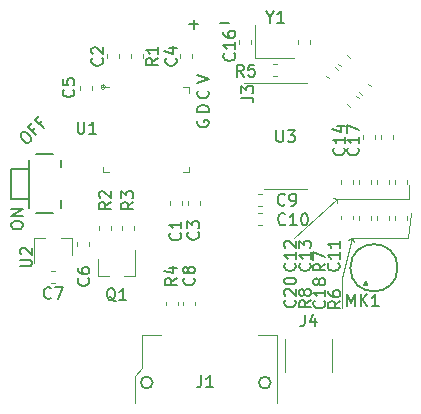
<source format=gbr>
%TF.GenerationSoftware,KiCad,Pcbnew,(5.1.6)-1*%
%TF.CreationDate,2020-12-07T17:57:15+08:00*%
%TF.ProjectId,A1.0,41312e30-2e6b-4696-9361-645f70636258,rev?*%
%TF.SameCoordinates,Original*%
%TF.FileFunction,Legend,Top*%
%TF.FilePolarity,Positive*%
%FSLAX46Y46*%
G04 Gerber Fmt 4.6, Leading zero omitted, Abs format (unit mm)*
G04 Created by KiCad (PCBNEW (5.1.6)-1) date 2020-12-07 17:57:15*
%MOMM*%
%LPD*%
G01*
G04 APERTURE LIST*
%ADD10C,0.150000*%
%ADD11C,0.120000*%
G04 APERTURE END LIST*
D10*
X30924547Y-15120928D02*
X31686452Y-15120928D01*
X28321047Y-15184428D02*
X29082952Y-15184428D01*
X28702000Y-15565380D02*
X28702000Y-14803476D01*
X29027500Y-23360095D02*
X28979880Y-23455333D01*
X28979880Y-23598190D01*
X29027500Y-23741047D01*
X29122738Y-23836285D01*
X29217976Y-23883904D01*
X29408452Y-23931523D01*
X29551309Y-23931523D01*
X29741785Y-23883904D01*
X29837023Y-23836285D01*
X29932261Y-23741047D01*
X29979880Y-23598190D01*
X29979880Y-23502952D01*
X29932261Y-23360095D01*
X29884642Y-23312476D01*
X29551309Y-23312476D01*
X29551309Y-23502952D01*
X28979880Y-20145333D02*
X29979880Y-19812000D01*
X28979880Y-19478666D01*
X29884642Y-20835976D02*
X29932261Y-20883595D01*
X29979880Y-21026452D01*
X29979880Y-21121690D01*
X29932261Y-21264547D01*
X29837023Y-21359785D01*
X29741785Y-21407404D01*
X29551309Y-21455023D01*
X29408452Y-21455023D01*
X29217976Y-21407404D01*
X29122738Y-21359785D01*
X29027500Y-21264547D01*
X28979880Y-21121690D01*
X28979880Y-21026452D01*
X29027500Y-20883595D01*
X29075119Y-20835976D01*
X29979880Y-22613904D02*
X28979880Y-22613904D01*
X28979880Y-22375809D01*
X29027500Y-22232952D01*
X29122738Y-22137714D01*
X29217976Y-22090095D01*
X29408452Y-22042476D01*
X29551309Y-22042476D01*
X29741785Y-22090095D01*
X29837023Y-22137714D01*
X29932261Y-22232952D01*
X29979880Y-22375809D01*
X29979880Y-22613904D01*
D11*
X21216884Y-20520000D02*
G75*
G03*
X21216884Y-20520000I-188884J0D01*
G01*
X21104368Y-20520000D02*
G75*
G03*
X21104368Y-20520000I-76368J0D01*
G01*
X46799500Y-33274000D02*
X47053500Y-31178500D01*
X46418500Y-33274000D02*
X46799500Y-33274000D01*
X46926500Y-29972000D02*
X46926500Y-28829000D01*
X46863000Y-29972000D02*
X46926500Y-29972000D01*
X40830500Y-29972000D02*
X46863000Y-29972000D01*
X40830500Y-29972000D02*
X40830500Y-30353000D01*
X40830500Y-29972000D02*
X40449500Y-29908500D01*
X42291000Y-33655000D02*
X42100500Y-33274000D01*
X41719500Y-33464500D02*
X42100500Y-33274000D01*
X41275000Y-36639500D02*
X42100500Y-33274000D01*
X41275000Y-39243000D02*
X41275000Y-36639500D01*
X40830500Y-29972000D02*
X37147500Y-33274000D01*
X46418500Y-33274000D02*
X42100500Y-33274000D01*
D10*
X14052339Y-24479709D02*
X14187026Y-24345022D01*
X14288042Y-24311351D01*
X14422729Y-24311351D01*
X14591087Y-24412366D01*
X14826790Y-24648068D01*
X14927805Y-24816427D01*
X14927805Y-24951114D01*
X14894133Y-25052129D01*
X14759446Y-25186816D01*
X14658431Y-25220488D01*
X14523744Y-25220488D01*
X14355385Y-25119473D01*
X14119683Y-24883770D01*
X14018668Y-24715412D01*
X14018668Y-24580725D01*
X14052339Y-24479709D01*
X15230851Y-23974633D02*
X14995148Y-24210335D01*
X15365538Y-24580725D02*
X14658431Y-23873618D01*
X14995148Y-23536900D01*
X15836942Y-23368542D02*
X15601240Y-23604244D01*
X15971629Y-23974633D02*
X15264522Y-23267526D01*
X15601240Y-22930809D01*
X13231880Y-32305547D02*
X13231880Y-32115071D01*
X13279500Y-32019833D01*
X13374738Y-31924595D01*
X13565214Y-31876976D01*
X13898547Y-31876976D01*
X14089023Y-31924595D01*
X14184261Y-32019833D01*
X14231880Y-32115071D01*
X14231880Y-32305547D01*
X14184261Y-32400785D01*
X14089023Y-32496023D01*
X13898547Y-32543642D01*
X13565214Y-32543642D01*
X13374738Y-32496023D01*
X13279500Y-32400785D01*
X13231880Y-32305547D01*
X14231880Y-31448404D02*
X13231880Y-31448404D01*
X14231880Y-30876976D01*
X13231880Y-30876976D01*
D11*
%TO.C,C23*%
X40140478Y-19779727D02*
X39910273Y-19549522D01*
X40861727Y-19058478D02*
X40631522Y-18828273D01*
%TO.C,J4*%
X36385500Y-44640500D02*
X36385500Y-41846500D01*
X40386000Y-44640500D02*
X40386000Y-41846500D01*
%TO.C,J1*%
X24300000Y-44332000D02*
X24300000Y-41538000D01*
X35700000Y-47300000D02*
X35700000Y-41538000D01*
X25872500Y-41538000D02*
X24300000Y-41538000D01*
D10*
X35200000Y-45538000D02*
G75*
G03*
X35200000Y-45538000I-500000J0D01*
G01*
X25200000Y-45538000D02*
G75*
G03*
X25200000Y-45538000I-500000J0D01*
G01*
D11*
X35700000Y-41538000D02*
X34127500Y-41538000D01*
X23700000Y-47300000D02*
X23700000Y-44967000D01*
X24300000Y-44332000D02*
X23700000Y-44967000D01*
%TO.C,Y1*%
X33904000Y-15280000D02*
X33904000Y-18080000D01*
X33904000Y-18080000D02*
X37204000Y-18080000D01*
%TO.C,U3*%
X34594700Y-29113000D02*
X38303300Y-29113000D01*
X32924000Y-20163000D02*
X38307600Y-20163000D01*
D10*
%TO.C,SW1*%
X17430000Y-27305000D02*
X17430000Y-26670000D01*
X16731500Y-26202000D02*
X15303500Y-26202000D01*
X17430000Y-30734000D02*
X17430000Y-30075500D01*
X16731500Y-31202000D02*
X15303500Y-31202000D01*
X14732000Y-30734000D02*
X14732000Y-26670000D01*
X14732000Y-27432000D02*
X13232000Y-27432000D01*
X14732000Y-29972000D02*
X13232000Y-29972000D01*
X13208000Y-27432000D02*
X13208000Y-29972000D01*
D11*
%TO.C,R8*%
X42636000Y-31746779D02*
X42636000Y-31421221D01*
X43656000Y-31746779D02*
X43656000Y-31421221D01*
%TO.C,R7*%
X44176000Y-28706779D02*
X44176000Y-28381221D01*
X45196000Y-28706779D02*
X45196000Y-28381221D01*
%TO.C,R6*%
X46706000Y-31421221D02*
X46706000Y-31746779D01*
X45686000Y-31421221D02*
X45686000Y-31746779D01*
%TO.C,R5*%
X35397221Y-18540000D02*
X35722779Y-18540000D01*
X35397221Y-19560000D02*
X35722779Y-19560000D01*
D10*
%TO.C,MK1*%
X43243500Y-36957000D02*
X43116500Y-37274500D01*
X43116500Y-37274500D02*
X43370500Y-37274500D01*
X43370500Y-37274500D02*
X43243500Y-36957000D01*
X45942000Y-35814000D02*
G75*
G03*
X45942000Y-35814000I-2000000J0D01*
G01*
D11*
%TO.C,C22*%
X41156478Y-18763727D02*
X40926273Y-18533522D01*
X41877727Y-18042478D02*
X41647522Y-17812273D01*
%TO.C,C21*%
X41918478Y-22192727D02*
X41688273Y-21962522D01*
X42639727Y-21471478D02*
X42409522Y-21241273D01*
%TO.C,C20*%
X42166000Y-31401221D02*
X42166000Y-31726779D01*
X41146000Y-31401221D02*
X41146000Y-31726779D01*
%TO.C,C19*%
X42934478Y-21176727D02*
X42704273Y-20946522D01*
X43655727Y-20455478D02*
X43425522Y-20225273D01*
%TO.C,C18*%
X45186000Y-31411221D02*
X45186000Y-31736779D01*
X44166000Y-31411221D02*
X44166000Y-31736779D01*
%TO.C,C17*%
X44575000Y-24927779D02*
X44575000Y-24602221D01*
X45595000Y-24927779D02*
X45595000Y-24602221D01*
%TO.C,C16*%
X33564000Y-16517221D02*
X33564000Y-16842779D01*
X32544000Y-16517221D02*
X32544000Y-16842779D01*
%TO.C,C15*%
X37544000Y-16842779D02*
X37544000Y-16517221D01*
X38564000Y-16842779D02*
X38564000Y-16517221D01*
%TO.C,C14*%
X43051000Y-24927779D02*
X43051000Y-24602221D01*
X44071000Y-24927779D02*
X44071000Y-24602221D01*
%TO.C,C13*%
X43690000Y-28386721D02*
X43690000Y-28712279D01*
X42670000Y-28386721D02*
X42670000Y-28712279D01*
%TO.C,C12*%
X42166000Y-28412221D02*
X42166000Y-28737779D01*
X41146000Y-28412221D02*
X41146000Y-28737779D01*
%TO.C,C11*%
X45696000Y-28716779D02*
X45696000Y-28391221D01*
X46716000Y-28716779D02*
X46716000Y-28391221D01*
%TO.C,C10*%
X34110221Y-31169000D02*
X34435779Y-31169000D01*
X34110221Y-32189000D02*
X34435779Y-32189000D01*
%TO.C,C9*%
X34100221Y-29599000D02*
X34425779Y-29599000D01*
X34100221Y-30619000D02*
X34425779Y-30619000D01*
%TO.C,U2*%
X18344000Y-33276000D02*
X17414000Y-33276000D01*
X15184000Y-33276000D02*
X16114000Y-33276000D01*
X15184000Y-33276000D02*
X15184000Y-35436000D01*
X18344000Y-33276000D02*
X18344000Y-34736000D01*
%TO.C,U1*%
X27773000Y-20520000D02*
X28248000Y-20520000D01*
X28248000Y-20520000D02*
X28248000Y-20995000D01*
X21503000Y-27740000D02*
X21028000Y-27740000D01*
X21028000Y-27740000D02*
X21028000Y-27265000D01*
X27773000Y-27740000D02*
X28248000Y-27740000D01*
X28248000Y-27740000D02*
X28248000Y-27265000D01*
X21503000Y-20520000D02*
X21028000Y-20520000D01*
%TO.C,R4*%
X26312000Y-38995779D02*
X26312000Y-38670221D01*
X27332000Y-38995779D02*
X27332000Y-38670221D01*
%TO.C,R3*%
X21714000Y-32271221D02*
X21714000Y-32596779D01*
X20694000Y-32271221D02*
X20694000Y-32596779D01*
%TO.C,R2*%
X22594000Y-32596779D02*
X22594000Y-32271221D01*
X23614000Y-32596779D02*
X23614000Y-32271221D01*
%TO.C,R1*%
X23366000Y-18069779D02*
X23366000Y-17744221D01*
X24386000Y-18069779D02*
X24386000Y-17744221D01*
%TO.C,Q1*%
X20574000Y-36494000D02*
X21504000Y-36494000D01*
X23734000Y-36494000D02*
X22804000Y-36494000D01*
X23734000Y-36494000D02*
X23734000Y-34334000D01*
X20574000Y-36494000D02*
X20574000Y-35034000D01*
%TO.C,C8*%
X27812000Y-38995779D02*
X27812000Y-38670221D01*
X28832000Y-38995779D02*
X28832000Y-38670221D01*
%TO.C,C7*%
X16926779Y-37086000D02*
X16601221Y-37086000D01*
X16926779Y-36066000D02*
X16601221Y-36066000D01*
%TO.C,C6*%
X19814000Y-33669183D02*
X19814000Y-33994741D01*
X18794000Y-33669183D02*
X18794000Y-33994741D01*
%TO.C,C5*%
X19048000Y-20736779D02*
X19048000Y-20411221D01*
X20068000Y-20736779D02*
X20068000Y-20411221D01*
%TO.C,C4*%
X27557000Y-18069779D02*
X27557000Y-17744221D01*
X28577000Y-18069779D02*
X28577000Y-17744221D01*
%TO.C,C3*%
X29212000Y-30190221D02*
X29212000Y-30515779D01*
X28192000Y-30190221D02*
X28192000Y-30515779D01*
%TO.C,C2*%
X21334000Y-18069779D02*
X21334000Y-17744221D01*
X22354000Y-18069779D02*
X22354000Y-17744221D01*
%TO.C,C1*%
X26668000Y-30515779D02*
X26668000Y-30190221D01*
X27688000Y-30515779D02*
X27688000Y-30190221D01*
%TO.C,J4*%
D10*
X38084166Y-39774880D02*
X38084166Y-40489166D01*
X38036547Y-40632023D01*
X37941309Y-40727261D01*
X37798452Y-40774880D01*
X37703214Y-40774880D01*
X38988928Y-40108214D02*
X38988928Y-40774880D01*
X38750833Y-39727261D02*
X38512738Y-40441547D01*
X39131785Y-40441547D01*
%TO.C,J1*%
X29321166Y-44918380D02*
X29321166Y-45632666D01*
X29273547Y-45775523D01*
X29178309Y-45870761D01*
X29035452Y-45918380D01*
X28940214Y-45918380D01*
X30321166Y-45918380D02*
X29749738Y-45918380D01*
X30035452Y-45918380D02*
X30035452Y-44918380D01*
X29940214Y-45061238D01*
X29844976Y-45156476D01*
X29749738Y-45204095D01*
%TO.C,Y1*%
X35147309Y-14581190D02*
X35147309Y-15057380D01*
X34813976Y-14057380D02*
X35147309Y-14581190D01*
X35480642Y-14057380D01*
X36337785Y-15057380D02*
X35766357Y-15057380D01*
X36052071Y-15057380D02*
X36052071Y-14057380D01*
X35956833Y-14200238D01*
X35861595Y-14295476D01*
X35766357Y-14343095D01*
%TO.C,U3*%
X35687095Y-24153880D02*
X35687095Y-24963404D01*
X35734714Y-25058642D01*
X35782333Y-25106261D01*
X35877571Y-25153880D01*
X36068047Y-25153880D01*
X36163285Y-25106261D01*
X36210904Y-25058642D01*
X36258523Y-24963404D01*
X36258523Y-24153880D01*
X36639476Y-24153880D02*
X37258523Y-24153880D01*
X36925190Y-24534833D01*
X37068047Y-24534833D01*
X37163285Y-24582452D01*
X37210904Y-24630071D01*
X37258523Y-24725309D01*
X37258523Y-24963404D01*
X37210904Y-25058642D01*
X37163285Y-25106261D01*
X37068047Y-25153880D01*
X36782333Y-25153880D01*
X36687095Y-25106261D01*
X36639476Y-25058642D01*
%TO.C,R8*%
X38615880Y-38584166D02*
X38139690Y-38917500D01*
X38615880Y-39155595D02*
X37615880Y-39155595D01*
X37615880Y-38774642D01*
X37663500Y-38679404D01*
X37711119Y-38631785D01*
X37806357Y-38584166D01*
X37949214Y-38584166D01*
X38044452Y-38631785D01*
X38092071Y-38679404D01*
X38139690Y-38774642D01*
X38139690Y-39155595D01*
X38044452Y-38012738D02*
X37996833Y-38107976D01*
X37949214Y-38155595D01*
X37853976Y-38203214D01*
X37806357Y-38203214D01*
X37711119Y-38155595D01*
X37663500Y-38107976D01*
X37615880Y-38012738D01*
X37615880Y-37822261D01*
X37663500Y-37727023D01*
X37711119Y-37679404D01*
X37806357Y-37631785D01*
X37853976Y-37631785D01*
X37949214Y-37679404D01*
X37996833Y-37727023D01*
X38044452Y-37822261D01*
X38044452Y-38012738D01*
X38092071Y-38107976D01*
X38139690Y-38155595D01*
X38234928Y-38203214D01*
X38425404Y-38203214D01*
X38520642Y-38155595D01*
X38568261Y-38107976D01*
X38615880Y-38012738D01*
X38615880Y-37822261D01*
X38568261Y-37727023D01*
X38520642Y-37679404D01*
X38425404Y-37631785D01*
X38234928Y-37631785D01*
X38139690Y-37679404D01*
X38092071Y-37727023D01*
X38044452Y-37822261D01*
%TO.C,R7*%
X39822380Y-35472666D02*
X39346190Y-35806000D01*
X39822380Y-36044095D02*
X38822380Y-36044095D01*
X38822380Y-35663142D01*
X38870000Y-35567904D01*
X38917619Y-35520285D01*
X39012857Y-35472666D01*
X39155714Y-35472666D01*
X39250952Y-35520285D01*
X39298571Y-35567904D01*
X39346190Y-35663142D01*
X39346190Y-36044095D01*
X38822380Y-35139333D02*
X38822380Y-34472666D01*
X39822380Y-34901238D01*
%TO.C,R6*%
X41092380Y-38647666D02*
X40616190Y-38981000D01*
X41092380Y-39219095D02*
X40092380Y-39219095D01*
X40092380Y-38838142D01*
X40140000Y-38742904D01*
X40187619Y-38695285D01*
X40282857Y-38647666D01*
X40425714Y-38647666D01*
X40520952Y-38695285D01*
X40568571Y-38742904D01*
X40616190Y-38838142D01*
X40616190Y-39219095D01*
X40092380Y-37790523D02*
X40092380Y-37981000D01*
X40140000Y-38076238D01*
X40187619Y-38123857D01*
X40330476Y-38219095D01*
X40520952Y-38266714D01*
X40901904Y-38266714D01*
X40997142Y-38219095D01*
X41044761Y-38171476D01*
X41092380Y-38076238D01*
X41092380Y-37885761D01*
X41044761Y-37790523D01*
X40997142Y-37742904D01*
X40901904Y-37695285D01*
X40663809Y-37695285D01*
X40568571Y-37742904D01*
X40520952Y-37790523D01*
X40473333Y-37885761D01*
X40473333Y-38076238D01*
X40520952Y-38171476D01*
X40568571Y-38219095D01*
X40663809Y-38266714D01*
%TO.C,R5*%
X32916833Y-19629380D02*
X32583500Y-19153190D01*
X32345404Y-19629380D02*
X32345404Y-18629380D01*
X32726357Y-18629380D01*
X32821595Y-18677000D01*
X32869214Y-18724619D01*
X32916833Y-18819857D01*
X32916833Y-18962714D01*
X32869214Y-19057952D01*
X32821595Y-19105571D01*
X32726357Y-19153190D01*
X32345404Y-19153190D01*
X33821595Y-18629380D02*
X33345404Y-18629380D01*
X33297785Y-19105571D01*
X33345404Y-19057952D01*
X33440642Y-19010333D01*
X33678738Y-19010333D01*
X33773976Y-19057952D01*
X33821595Y-19105571D01*
X33869214Y-19200809D01*
X33869214Y-19438904D01*
X33821595Y-19534142D01*
X33773976Y-19581761D01*
X33678738Y-19629380D01*
X33440642Y-19629380D01*
X33345404Y-19581761D01*
X33297785Y-19534142D01*
%TO.C,MK1*%
X41679976Y-39060380D02*
X41679976Y-38060380D01*
X42013309Y-38774666D01*
X42346642Y-38060380D01*
X42346642Y-39060380D01*
X42822833Y-39060380D02*
X42822833Y-38060380D01*
X43394261Y-39060380D02*
X42965690Y-38488952D01*
X43394261Y-38060380D02*
X42822833Y-38631809D01*
X44346642Y-39060380D02*
X43775214Y-39060380D01*
X44060928Y-39060380D02*
X44060928Y-38060380D01*
X43965690Y-38203238D01*
X43870452Y-38298476D01*
X43775214Y-38346095D01*
%TO.C,C20*%
X37250642Y-38552357D02*
X37298261Y-38599976D01*
X37345880Y-38742833D01*
X37345880Y-38838071D01*
X37298261Y-38980928D01*
X37203023Y-39076166D01*
X37107785Y-39123785D01*
X36917309Y-39171404D01*
X36774452Y-39171404D01*
X36583976Y-39123785D01*
X36488738Y-39076166D01*
X36393500Y-38980928D01*
X36345880Y-38838071D01*
X36345880Y-38742833D01*
X36393500Y-38599976D01*
X36441119Y-38552357D01*
X36441119Y-38171404D02*
X36393500Y-38123785D01*
X36345880Y-38028547D01*
X36345880Y-37790452D01*
X36393500Y-37695214D01*
X36441119Y-37647595D01*
X36536357Y-37599976D01*
X36631595Y-37599976D01*
X36774452Y-37647595D01*
X37345880Y-38219023D01*
X37345880Y-37599976D01*
X36345880Y-36980928D02*
X36345880Y-36885690D01*
X36393500Y-36790452D01*
X36441119Y-36742833D01*
X36536357Y-36695214D01*
X36726833Y-36647595D01*
X36964928Y-36647595D01*
X37155404Y-36695214D01*
X37250642Y-36742833D01*
X37298261Y-36790452D01*
X37345880Y-36885690D01*
X37345880Y-36980928D01*
X37298261Y-37076166D01*
X37250642Y-37123785D01*
X37155404Y-37171404D01*
X36964928Y-37219023D01*
X36726833Y-37219023D01*
X36536357Y-37171404D01*
X36441119Y-37123785D01*
X36393500Y-37076166D01*
X36345880Y-36980928D01*
%TO.C,C18*%
X39727142Y-38615857D02*
X39774761Y-38663476D01*
X39822380Y-38806333D01*
X39822380Y-38901571D01*
X39774761Y-39044428D01*
X39679523Y-39139666D01*
X39584285Y-39187285D01*
X39393809Y-39234904D01*
X39250952Y-39234904D01*
X39060476Y-39187285D01*
X38965238Y-39139666D01*
X38870000Y-39044428D01*
X38822380Y-38901571D01*
X38822380Y-38806333D01*
X38870000Y-38663476D01*
X38917619Y-38615857D01*
X39822380Y-37663476D02*
X39822380Y-38234904D01*
X39822380Y-37949190D02*
X38822380Y-37949190D01*
X38965238Y-38044428D01*
X39060476Y-38139666D01*
X39108095Y-38234904D01*
X39250952Y-37092047D02*
X39203333Y-37187285D01*
X39155714Y-37234904D01*
X39060476Y-37282523D01*
X39012857Y-37282523D01*
X38917619Y-37234904D01*
X38870000Y-37187285D01*
X38822380Y-37092047D01*
X38822380Y-36901571D01*
X38870000Y-36806333D01*
X38917619Y-36758714D01*
X39012857Y-36711095D01*
X39060476Y-36711095D01*
X39155714Y-36758714D01*
X39203333Y-36806333D01*
X39250952Y-36901571D01*
X39250952Y-37092047D01*
X39298571Y-37187285D01*
X39346190Y-37234904D01*
X39441428Y-37282523D01*
X39631904Y-37282523D01*
X39727142Y-37234904D01*
X39774761Y-37187285D01*
X39822380Y-37092047D01*
X39822380Y-36901571D01*
X39774761Y-36806333D01*
X39727142Y-36758714D01*
X39631904Y-36711095D01*
X39441428Y-36711095D01*
X39346190Y-36758714D01*
X39298571Y-36806333D01*
X39250952Y-36901571D01*
%TO.C,C17*%
X42584642Y-25661857D02*
X42632261Y-25709476D01*
X42679880Y-25852333D01*
X42679880Y-25947571D01*
X42632261Y-26090428D01*
X42537023Y-26185666D01*
X42441785Y-26233285D01*
X42251309Y-26280904D01*
X42108452Y-26280904D01*
X41917976Y-26233285D01*
X41822738Y-26185666D01*
X41727500Y-26090428D01*
X41679880Y-25947571D01*
X41679880Y-25852333D01*
X41727500Y-25709476D01*
X41775119Y-25661857D01*
X42679880Y-24709476D02*
X42679880Y-25280904D01*
X42679880Y-24995190D02*
X41679880Y-24995190D01*
X41822738Y-25090428D01*
X41917976Y-25185666D01*
X41965595Y-25280904D01*
X41679880Y-24376142D02*
X41679880Y-23709476D01*
X42679880Y-24138047D01*
%TO.C,C16*%
X32107142Y-17660857D02*
X32154761Y-17708476D01*
X32202380Y-17851333D01*
X32202380Y-17946571D01*
X32154761Y-18089428D01*
X32059523Y-18184666D01*
X31964285Y-18232285D01*
X31773809Y-18279904D01*
X31630952Y-18279904D01*
X31440476Y-18232285D01*
X31345238Y-18184666D01*
X31250000Y-18089428D01*
X31202380Y-17946571D01*
X31202380Y-17851333D01*
X31250000Y-17708476D01*
X31297619Y-17660857D01*
X32202380Y-16708476D02*
X32202380Y-17279904D01*
X32202380Y-16994190D02*
X31202380Y-16994190D01*
X31345238Y-17089428D01*
X31440476Y-17184666D01*
X31488095Y-17279904D01*
X31202380Y-15851333D02*
X31202380Y-16041809D01*
X31250000Y-16137047D01*
X31297619Y-16184666D01*
X31440476Y-16279904D01*
X31630952Y-16327523D01*
X32011904Y-16327523D01*
X32107142Y-16279904D01*
X32154761Y-16232285D01*
X32202380Y-16137047D01*
X32202380Y-15946571D01*
X32154761Y-15851333D01*
X32107142Y-15803714D01*
X32011904Y-15756095D01*
X31773809Y-15756095D01*
X31678571Y-15803714D01*
X31630952Y-15851333D01*
X31583333Y-15946571D01*
X31583333Y-16137047D01*
X31630952Y-16232285D01*
X31678571Y-16279904D01*
X31773809Y-16327523D01*
%TO.C,C14*%
X41378142Y-25661857D02*
X41425761Y-25709476D01*
X41473380Y-25852333D01*
X41473380Y-25947571D01*
X41425761Y-26090428D01*
X41330523Y-26185666D01*
X41235285Y-26233285D01*
X41044809Y-26280904D01*
X40901952Y-26280904D01*
X40711476Y-26233285D01*
X40616238Y-26185666D01*
X40521000Y-26090428D01*
X40473380Y-25947571D01*
X40473380Y-25852333D01*
X40521000Y-25709476D01*
X40568619Y-25661857D01*
X41473380Y-24709476D02*
X41473380Y-25280904D01*
X41473380Y-24995190D02*
X40473380Y-24995190D01*
X40616238Y-25090428D01*
X40711476Y-25185666D01*
X40759095Y-25280904D01*
X40806714Y-23852333D02*
X41473380Y-23852333D01*
X40425761Y-24090428D02*
X41140047Y-24328523D01*
X41140047Y-23709476D01*
%TO.C,C13*%
X38520642Y-35440857D02*
X38568261Y-35488476D01*
X38615880Y-35631333D01*
X38615880Y-35726571D01*
X38568261Y-35869428D01*
X38473023Y-35964666D01*
X38377785Y-36012285D01*
X38187309Y-36059904D01*
X38044452Y-36059904D01*
X37853976Y-36012285D01*
X37758738Y-35964666D01*
X37663500Y-35869428D01*
X37615880Y-35726571D01*
X37615880Y-35631333D01*
X37663500Y-35488476D01*
X37711119Y-35440857D01*
X38615880Y-34488476D02*
X38615880Y-35059904D01*
X38615880Y-34774190D02*
X37615880Y-34774190D01*
X37758738Y-34869428D01*
X37853976Y-34964666D01*
X37901595Y-35059904D01*
X37615880Y-34155142D02*
X37615880Y-33536095D01*
X37996833Y-33869428D01*
X37996833Y-33726571D01*
X38044452Y-33631333D01*
X38092071Y-33583714D01*
X38187309Y-33536095D01*
X38425404Y-33536095D01*
X38520642Y-33583714D01*
X38568261Y-33631333D01*
X38615880Y-33726571D01*
X38615880Y-34012285D01*
X38568261Y-34107523D01*
X38520642Y-34155142D01*
%TO.C,C12*%
X37250642Y-35440857D02*
X37298261Y-35488476D01*
X37345880Y-35631333D01*
X37345880Y-35726571D01*
X37298261Y-35869428D01*
X37203023Y-35964666D01*
X37107785Y-36012285D01*
X36917309Y-36059904D01*
X36774452Y-36059904D01*
X36583976Y-36012285D01*
X36488738Y-35964666D01*
X36393500Y-35869428D01*
X36345880Y-35726571D01*
X36345880Y-35631333D01*
X36393500Y-35488476D01*
X36441119Y-35440857D01*
X37345880Y-34488476D02*
X37345880Y-35059904D01*
X37345880Y-34774190D02*
X36345880Y-34774190D01*
X36488738Y-34869428D01*
X36583976Y-34964666D01*
X36631595Y-35059904D01*
X36441119Y-34107523D02*
X36393500Y-34059904D01*
X36345880Y-33964666D01*
X36345880Y-33726571D01*
X36393500Y-33631333D01*
X36441119Y-33583714D01*
X36536357Y-33536095D01*
X36631595Y-33536095D01*
X36774452Y-33583714D01*
X37345880Y-34155142D01*
X37345880Y-33536095D01*
%TO.C,C11*%
X40933642Y-35440857D02*
X40981261Y-35488476D01*
X41028880Y-35631333D01*
X41028880Y-35726571D01*
X40981261Y-35869428D01*
X40886023Y-35964666D01*
X40790785Y-36012285D01*
X40600309Y-36059904D01*
X40457452Y-36059904D01*
X40266976Y-36012285D01*
X40171738Y-35964666D01*
X40076500Y-35869428D01*
X40028880Y-35726571D01*
X40028880Y-35631333D01*
X40076500Y-35488476D01*
X40124119Y-35440857D01*
X41028880Y-34488476D02*
X41028880Y-35059904D01*
X41028880Y-34774190D02*
X40028880Y-34774190D01*
X40171738Y-34869428D01*
X40266976Y-34964666D01*
X40314595Y-35059904D01*
X41028880Y-33536095D02*
X41028880Y-34107523D01*
X41028880Y-33821809D02*
X40028880Y-33821809D01*
X40171738Y-33917047D01*
X40266976Y-34012285D01*
X40314595Y-34107523D01*
%TO.C,C10*%
X36441142Y-32107142D02*
X36393523Y-32154761D01*
X36250666Y-32202380D01*
X36155428Y-32202380D01*
X36012571Y-32154761D01*
X35917333Y-32059523D01*
X35869714Y-31964285D01*
X35822095Y-31773809D01*
X35822095Y-31630952D01*
X35869714Y-31440476D01*
X35917333Y-31345238D01*
X36012571Y-31250000D01*
X36155428Y-31202380D01*
X36250666Y-31202380D01*
X36393523Y-31250000D01*
X36441142Y-31297619D01*
X37393523Y-32202380D02*
X36822095Y-32202380D01*
X37107809Y-32202380D02*
X37107809Y-31202380D01*
X37012571Y-31345238D01*
X36917333Y-31440476D01*
X36822095Y-31488095D01*
X38012571Y-31202380D02*
X38107809Y-31202380D01*
X38203047Y-31250000D01*
X38250666Y-31297619D01*
X38298285Y-31392857D01*
X38345904Y-31583333D01*
X38345904Y-31821428D01*
X38298285Y-32011904D01*
X38250666Y-32107142D01*
X38203047Y-32154761D01*
X38107809Y-32202380D01*
X38012571Y-32202380D01*
X37917333Y-32154761D01*
X37869714Y-32107142D01*
X37822095Y-32011904D01*
X37774476Y-31821428D01*
X37774476Y-31583333D01*
X37822095Y-31392857D01*
X37869714Y-31297619D01*
X37917333Y-31250000D01*
X38012571Y-31202380D01*
%TO.C,C9*%
X36409333Y-30456142D02*
X36361714Y-30503761D01*
X36218857Y-30551380D01*
X36123619Y-30551380D01*
X35980761Y-30503761D01*
X35885523Y-30408523D01*
X35837904Y-30313285D01*
X35790285Y-30122809D01*
X35790285Y-29979952D01*
X35837904Y-29789476D01*
X35885523Y-29694238D01*
X35980761Y-29599000D01*
X36123619Y-29551380D01*
X36218857Y-29551380D01*
X36361714Y-29599000D01*
X36409333Y-29646619D01*
X36885523Y-30551380D02*
X37076000Y-30551380D01*
X37171238Y-30503761D01*
X37218857Y-30456142D01*
X37314095Y-30313285D01*
X37361714Y-30122809D01*
X37361714Y-29741857D01*
X37314095Y-29646619D01*
X37266476Y-29599000D01*
X37171238Y-29551380D01*
X36980761Y-29551380D01*
X36885523Y-29599000D01*
X36837904Y-29646619D01*
X36790285Y-29741857D01*
X36790285Y-29979952D01*
X36837904Y-30075190D01*
X36885523Y-30122809D01*
X36980761Y-30170428D01*
X37171238Y-30170428D01*
X37266476Y-30122809D01*
X37314095Y-30075190D01*
X37361714Y-29979952D01*
%TO.C,U2*%
X13993880Y-35686904D02*
X14803404Y-35686904D01*
X14898642Y-35639285D01*
X14946261Y-35591666D01*
X14993880Y-35496428D01*
X14993880Y-35305952D01*
X14946261Y-35210714D01*
X14898642Y-35163095D01*
X14803404Y-35115476D01*
X13993880Y-35115476D01*
X14089119Y-34686904D02*
X14041500Y-34639285D01*
X13993880Y-34544047D01*
X13993880Y-34305952D01*
X14041500Y-34210714D01*
X14089119Y-34163095D01*
X14184357Y-34115476D01*
X14279595Y-34115476D01*
X14422452Y-34163095D01*
X14993880Y-34734523D01*
X14993880Y-34115476D01*
%TO.C,U1*%
X18859595Y-23455380D02*
X18859595Y-24264904D01*
X18907214Y-24360142D01*
X18954833Y-24407761D01*
X19050071Y-24455380D01*
X19240547Y-24455380D01*
X19335785Y-24407761D01*
X19383404Y-24360142D01*
X19431023Y-24264904D01*
X19431023Y-23455380D01*
X20431023Y-24455380D02*
X19859595Y-24455380D01*
X20145309Y-24455380D02*
X20145309Y-23455380D01*
X20050071Y-23598238D01*
X19954833Y-23693476D01*
X19859595Y-23741095D01*
%TO.C,R4*%
X27249380Y-36679166D02*
X26773190Y-37012500D01*
X27249380Y-37250595D02*
X26249380Y-37250595D01*
X26249380Y-36869642D01*
X26297000Y-36774404D01*
X26344619Y-36726785D01*
X26439857Y-36679166D01*
X26582714Y-36679166D01*
X26677952Y-36726785D01*
X26725571Y-36774404D01*
X26773190Y-36869642D01*
X26773190Y-37250595D01*
X26582714Y-35822023D02*
X27249380Y-35822023D01*
X26201761Y-36060119D02*
X26916047Y-36298214D01*
X26916047Y-35679166D01*
%TO.C,R3*%
X23566380Y-30265666D02*
X23090190Y-30599000D01*
X23566380Y-30837095D02*
X22566380Y-30837095D01*
X22566380Y-30456142D01*
X22614000Y-30360904D01*
X22661619Y-30313285D01*
X22756857Y-30265666D01*
X22899714Y-30265666D01*
X22994952Y-30313285D01*
X23042571Y-30360904D01*
X23090190Y-30456142D01*
X23090190Y-30837095D01*
X22566380Y-29932333D02*
X22566380Y-29313285D01*
X22947333Y-29646619D01*
X22947333Y-29503761D01*
X22994952Y-29408523D01*
X23042571Y-29360904D01*
X23137809Y-29313285D01*
X23375904Y-29313285D01*
X23471142Y-29360904D01*
X23518761Y-29408523D01*
X23566380Y-29503761D01*
X23566380Y-29789476D01*
X23518761Y-29884714D01*
X23471142Y-29932333D01*
%TO.C,R2*%
X21661380Y-30265666D02*
X21185190Y-30599000D01*
X21661380Y-30837095D02*
X20661380Y-30837095D01*
X20661380Y-30456142D01*
X20709000Y-30360904D01*
X20756619Y-30313285D01*
X20851857Y-30265666D01*
X20994714Y-30265666D01*
X21089952Y-30313285D01*
X21137571Y-30360904D01*
X21185190Y-30456142D01*
X21185190Y-30837095D01*
X20756619Y-29884714D02*
X20709000Y-29837095D01*
X20661380Y-29741857D01*
X20661380Y-29503761D01*
X20709000Y-29408523D01*
X20756619Y-29360904D01*
X20851857Y-29313285D01*
X20947095Y-29313285D01*
X21089952Y-29360904D01*
X21661380Y-29932333D01*
X21661380Y-29313285D01*
%TO.C,R1*%
X25661880Y-18073666D02*
X25185690Y-18407000D01*
X25661880Y-18645095D02*
X24661880Y-18645095D01*
X24661880Y-18264142D01*
X24709500Y-18168904D01*
X24757119Y-18121285D01*
X24852357Y-18073666D01*
X24995214Y-18073666D01*
X25090452Y-18121285D01*
X25138071Y-18168904D01*
X25185690Y-18264142D01*
X25185690Y-18645095D01*
X25661880Y-17121285D02*
X25661880Y-17692714D01*
X25661880Y-17407000D02*
X24661880Y-17407000D01*
X24804738Y-17502238D01*
X24899976Y-17597476D01*
X24947595Y-17692714D01*
%TO.C,Q1*%
X22066261Y-38647619D02*
X21971023Y-38600000D01*
X21875785Y-38504761D01*
X21732928Y-38361904D01*
X21637690Y-38314285D01*
X21542452Y-38314285D01*
X21590071Y-38552380D02*
X21494833Y-38504761D01*
X21399595Y-38409523D01*
X21351976Y-38219047D01*
X21351976Y-37885714D01*
X21399595Y-37695238D01*
X21494833Y-37600000D01*
X21590071Y-37552380D01*
X21780547Y-37552380D01*
X21875785Y-37600000D01*
X21971023Y-37695238D01*
X22018642Y-37885714D01*
X22018642Y-38219047D01*
X21971023Y-38409523D01*
X21875785Y-38504761D01*
X21780547Y-38552380D01*
X21590071Y-38552380D01*
X22971023Y-38552380D02*
X22399595Y-38552380D01*
X22685309Y-38552380D02*
X22685309Y-37552380D01*
X22590071Y-37695238D01*
X22494833Y-37790476D01*
X22399595Y-37838095D01*
%TO.C,J3*%
X32726380Y-21415333D02*
X33440666Y-21415333D01*
X33583523Y-21462952D01*
X33678761Y-21558190D01*
X33726380Y-21701047D01*
X33726380Y-21796285D01*
X32726380Y-21034380D02*
X32726380Y-20415333D01*
X33107333Y-20748666D01*
X33107333Y-20605809D01*
X33154952Y-20510571D01*
X33202571Y-20462952D01*
X33297809Y-20415333D01*
X33535904Y-20415333D01*
X33631142Y-20462952D01*
X33678761Y-20510571D01*
X33726380Y-20605809D01*
X33726380Y-20891523D01*
X33678761Y-20986761D01*
X33631142Y-21034380D01*
%TO.C,C8*%
X28678142Y-36679166D02*
X28725761Y-36726785D01*
X28773380Y-36869642D01*
X28773380Y-36964880D01*
X28725761Y-37107738D01*
X28630523Y-37202976D01*
X28535285Y-37250595D01*
X28344809Y-37298214D01*
X28201952Y-37298214D01*
X28011476Y-37250595D01*
X27916238Y-37202976D01*
X27821000Y-37107738D01*
X27773380Y-36964880D01*
X27773380Y-36869642D01*
X27821000Y-36726785D01*
X27868619Y-36679166D01*
X28201952Y-36107738D02*
X28154333Y-36202976D01*
X28106714Y-36250595D01*
X28011476Y-36298214D01*
X27963857Y-36298214D01*
X27868619Y-36250595D01*
X27821000Y-36202976D01*
X27773380Y-36107738D01*
X27773380Y-35917261D01*
X27821000Y-35822023D01*
X27868619Y-35774404D01*
X27963857Y-35726785D01*
X28011476Y-35726785D01*
X28106714Y-35774404D01*
X28154333Y-35822023D01*
X28201952Y-35917261D01*
X28201952Y-36107738D01*
X28249571Y-36202976D01*
X28297190Y-36250595D01*
X28392428Y-36298214D01*
X28582904Y-36298214D01*
X28678142Y-36250595D01*
X28725761Y-36202976D01*
X28773380Y-36107738D01*
X28773380Y-35917261D01*
X28725761Y-35822023D01*
X28678142Y-35774404D01*
X28582904Y-35726785D01*
X28392428Y-35726785D01*
X28297190Y-35774404D01*
X28249571Y-35822023D01*
X28201952Y-35917261D01*
%TO.C,C7*%
X16597333Y-38363142D02*
X16549714Y-38410761D01*
X16406857Y-38458380D01*
X16311619Y-38458380D01*
X16168761Y-38410761D01*
X16073523Y-38315523D01*
X16025904Y-38220285D01*
X15978285Y-38029809D01*
X15978285Y-37886952D01*
X16025904Y-37696476D01*
X16073523Y-37601238D01*
X16168761Y-37506000D01*
X16311619Y-37458380D01*
X16406857Y-37458380D01*
X16549714Y-37506000D01*
X16597333Y-37553619D01*
X16930666Y-37458380D02*
X17597333Y-37458380D01*
X17168761Y-38458380D01*
%TO.C,C6*%
X19761142Y-36698628D02*
X19808761Y-36746247D01*
X19856380Y-36889104D01*
X19856380Y-36984342D01*
X19808761Y-37127200D01*
X19713523Y-37222438D01*
X19618285Y-37270057D01*
X19427809Y-37317676D01*
X19284952Y-37317676D01*
X19094476Y-37270057D01*
X18999238Y-37222438D01*
X18904000Y-37127200D01*
X18856380Y-36984342D01*
X18856380Y-36889104D01*
X18904000Y-36746247D01*
X18951619Y-36698628D01*
X18856380Y-35841485D02*
X18856380Y-36031962D01*
X18904000Y-36127200D01*
X18951619Y-36174819D01*
X19094476Y-36270057D01*
X19284952Y-36317676D01*
X19665904Y-36317676D01*
X19761142Y-36270057D01*
X19808761Y-36222438D01*
X19856380Y-36127200D01*
X19856380Y-35936723D01*
X19808761Y-35841485D01*
X19761142Y-35793866D01*
X19665904Y-35746247D01*
X19427809Y-35746247D01*
X19332571Y-35793866D01*
X19284952Y-35841485D01*
X19237333Y-35936723D01*
X19237333Y-36127200D01*
X19284952Y-36222438D01*
X19332571Y-36270057D01*
X19427809Y-36317676D01*
%TO.C,C5*%
X18485142Y-20740666D02*
X18532761Y-20788285D01*
X18580380Y-20931142D01*
X18580380Y-21026380D01*
X18532761Y-21169238D01*
X18437523Y-21264476D01*
X18342285Y-21312095D01*
X18151809Y-21359714D01*
X18008952Y-21359714D01*
X17818476Y-21312095D01*
X17723238Y-21264476D01*
X17628000Y-21169238D01*
X17580380Y-21026380D01*
X17580380Y-20931142D01*
X17628000Y-20788285D01*
X17675619Y-20740666D01*
X17580380Y-19835904D02*
X17580380Y-20312095D01*
X18056571Y-20359714D01*
X18008952Y-20312095D01*
X17961333Y-20216857D01*
X17961333Y-19978761D01*
X18008952Y-19883523D01*
X18056571Y-19835904D01*
X18151809Y-19788285D01*
X18389904Y-19788285D01*
X18485142Y-19835904D01*
X18532761Y-19883523D01*
X18580380Y-19978761D01*
X18580380Y-20216857D01*
X18532761Y-20312095D01*
X18485142Y-20359714D01*
%TO.C,C4*%
X27154142Y-18073666D02*
X27201761Y-18121285D01*
X27249380Y-18264142D01*
X27249380Y-18359380D01*
X27201761Y-18502238D01*
X27106523Y-18597476D01*
X27011285Y-18645095D01*
X26820809Y-18692714D01*
X26677952Y-18692714D01*
X26487476Y-18645095D01*
X26392238Y-18597476D01*
X26297000Y-18502238D01*
X26249380Y-18359380D01*
X26249380Y-18264142D01*
X26297000Y-18121285D01*
X26344619Y-18073666D01*
X26582714Y-17216523D02*
X27249380Y-17216523D01*
X26201761Y-17454619D02*
X26916047Y-17692714D01*
X26916047Y-17073666D01*
%TO.C,C3*%
X29059142Y-32805666D02*
X29106761Y-32853285D01*
X29154380Y-32996142D01*
X29154380Y-33091380D01*
X29106761Y-33234238D01*
X29011523Y-33329476D01*
X28916285Y-33377095D01*
X28725809Y-33424714D01*
X28582952Y-33424714D01*
X28392476Y-33377095D01*
X28297238Y-33329476D01*
X28202000Y-33234238D01*
X28154380Y-33091380D01*
X28154380Y-32996142D01*
X28202000Y-32853285D01*
X28249619Y-32805666D01*
X28154380Y-32472333D02*
X28154380Y-31853285D01*
X28535333Y-32186619D01*
X28535333Y-32043761D01*
X28582952Y-31948523D01*
X28630571Y-31900904D01*
X28725809Y-31853285D01*
X28963904Y-31853285D01*
X29059142Y-31900904D01*
X29106761Y-31948523D01*
X29154380Y-32043761D01*
X29154380Y-32329476D01*
X29106761Y-32424714D01*
X29059142Y-32472333D01*
%TO.C,C2*%
X20931142Y-18073666D02*
X20978761Y-18121285D01*
X21026380Y-18264142D01*
X21026380Y-18359380D01*
X20978761Y-18502238D01*
X20883523Y-18597476D01*
X20788285Y-18645095D01*
X20597809Y-18692714D01*
X20454952Y-18692714D01*
X20264476Y-18645095D01*
X20169238Y-18597476D01*
X20074000Y-18502238D01*
X20026380Y-18359380D01*
X20026380Y-18264142D01*
X20074000Y-18121285D01*
X20121619Y-18073666D01*
X20121619Y-17692714D02*
X20074000Y-17645095D01*
X20026380Y-17549857D01*
X20026380Y-17311761D01*
X20074000Y-17216523D01*
X20121619Y-17168904D01*
X20216857Y-17121285D01*
X20312095Y-17121285D01*
X20454952Y-17168904D01*
X21026380Y-17740333D01*
X21026380Y-17121285D01*
%TO.C,C1*%
X27535142Y-32869166D02*
X27582761Y-32916785D01*
X27630380Y-33059642D01*
X27630380Y-33154880D01*
X27582761Y-33297738D01*
X27487523Y-33392976D01*
X27392285Y-33440595D01*
X27201809Y-33488214D01*
X27058952Y-33488214D01*
X26868476Y-33440595D01*
X26773238Y-33392976D01*
X26678000Y-33297738D01*
X26630380Y-33154880D01*
X26630380Y-33059642D01*
X26678000Y-32916785D01*
X26725619Y-32869166D01*
X27630380Y-31916785D02*
X27630380Y-32488214D01*
X27630380Y-32202500D02*
X26630380Y-32202500D01*
X26773238Y-32297738D01*
X26868476Y-32392976D01*
X26916095Y-32488214D01*
%TD*%
M02*

</source>
